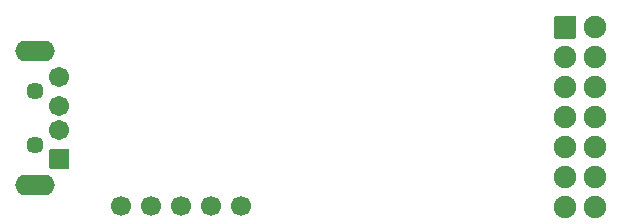
<source format=gbs>
G04 #@! TF.GenerationSoftware,KiCad,Pcbnew,(5.1.10)-1*
G04 #@! TF.CreationDate,2021-07-14T18:31:49+02:00*
G04 #@! TF.ProjectId,MSPBMP2-stick,4d535042-4d50-4322-9d73-7469636b2e6b,rev?*
G04 #@! TF.SameCoordinates,Original*
G04 #@! TF.FileFunction,Soldermask,Bot*
G04 #@! TF.FilePolarity,Negative*
%FSLAX46Y46*%
G04 Gerber Fmt 4.6, Leading zero omitted, Abs format (unit mm)*
G04 Created by KiCad (PCBNEW (5.1.10)-1) date 2021-07-14 18:31:49*
%MOMM*%
%LPD*%
G01*
G04 APERTURE LIST*
%ADD10O,3.350000X1.775000*%
%ADD11C,1.450000*%
%ADD12C,1.708000*%
%ADD13O,1.900000X1.900000*%
%ADD14C,1.700000*%
G04 APERTURE END LIST*
D10*
X66075000Y-66525000D03*
X66075000Y-55125000D03*
D11*
X66075000Y-58575000D03*
X66075000Y-63075000D03*
D12*
X68175000Y-57325000D03*
X68175000Y-59825000D03*
X68175000Y-61825000D03*
G36*
G01*
X67421000Y-63471000D02*
X68929000Y-63471000D01*
G75*
G02*
X69029000Y-63571000I0J-100000D01*
G01*
X69029000Y-65079000D01*
G75*
G02*
X68929000Y-65179000I-100000J0D01*
G01*
X67421000Y-65179000D01*
G75*
G02*
X67321000Y-65079000I0J100000D01*
G01*
X67321000Y-63571000D01*
G75*
G02*
X67421000Y-63471000I100000J0D01*
G01*
G37*
D13*
X113540000Y-68402200D03*
X111000000Y-68402200D03*
X113540000Y-65862200D03*
X111000000Y-65862200D03*
X113540000Y-63322200D03*
X111000000Y-63322200D03*
X113540000Y-60782200D03*
X111000000Y-60782200D03*
X113540000Y-58242200D03*
X111000000Y-58242200D03*
X113540000Y-55702200D03*
X111000000Y-55702200D03*
X113540000Y-53162200D03*
G36*
G01*
X110050000Y-54012200D02*
X110050000Y-52312200D01*
G75*
G02*
X110150000Y-52212200I100000J0D01*
G01*
X111850000Y-52212200D01*
G75*
G02*
X111950000Y-52312200I0J-100000D01*
G01*
X111950000Y-54012200D01*
G75*
G02*
X111850000Y-54112200I-100000J0D01*
G01*
X110150000Y-54112200D01*
G75*
G02*
X110050000Y-54012200I0J100000D01*
G01*
G37*
D14*
X83566000Y-68262500D03*
X81026000Y-68262500D03*
X78486000Y-68262500D03*
X75946000Y-68262500D03*
X73406000Y-68262500D03*
M02*

</source>
